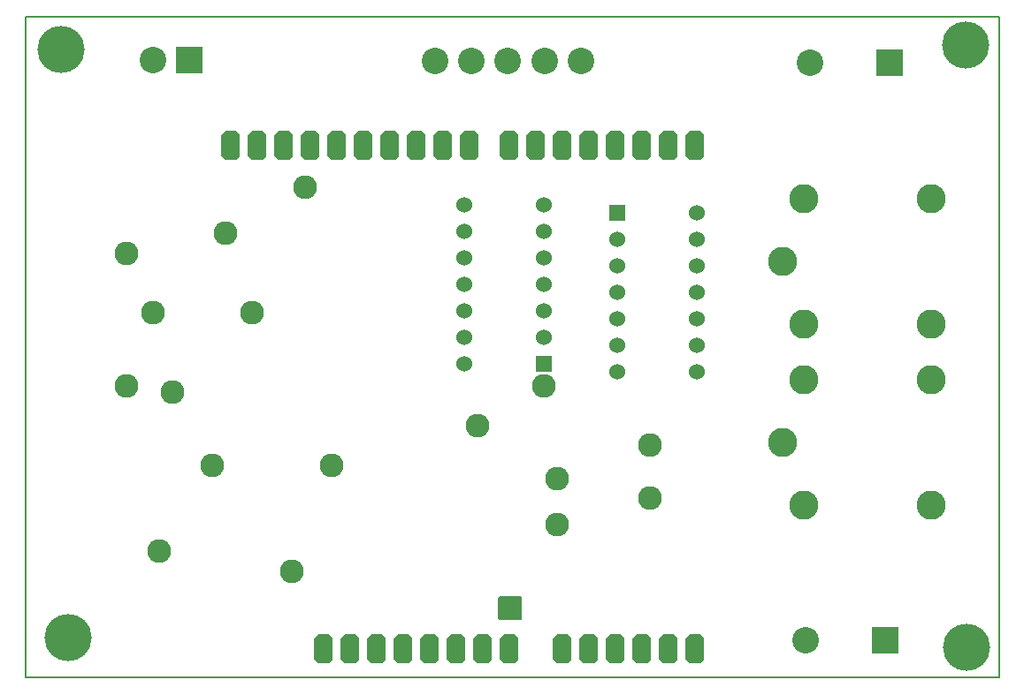
<source format=gbr>
G04 PROTEUS RS274X GERBER FILE*
%FSLAX45Y45*%
%MOMM*%
G01*
%ADD27C,2.286000*%
%AMPPAD025*
4,1,8,
-0.509800,1.397000,
0.509800,1.397000,
0.889000,1.017800,
0.889000,-1.017800,
0.509800,-1.397000,
-0.509800,-1.397000,
-0.889000,-1.017800,
-0.889000,1.017800,
-0.509800,1.397000,
0*%
%ADD31PPAD025*%
%AMPPAD033*
4,1,36,
0.762000,0.635000,
0.762000,-0.635000,
0.759470,-0.660970,
0.752200,-0.684980,
0.740650,-0.706580,
0.725290,-0.725290,
0.706570,-0.740650,
0.684980,-0.752200,
0.660970,-0.759470,
0.635000,-0.762000,
-0.635000,-0.762000,
-0.660970,-0.759470,
-0.684980,-0.752200,
-0.706570,-0.740650,
-0.725290,-0.725290,
-0.740650,-0.706580,
-0.752200,-0.684980,
-0.759470,-0.660970,
-0.762000,-0.635000,
-0.762000,0.635000,
-0.759470,0.660970,
-0.752200,0.684980,
-0.740650,0.706580,
-0.725290,0.725290,
-0.706570,0.740650,
-0.684980,0.752200,
-0.660970,0.759470,
-0.635000,0.762000,
0.635000,0.762000,
0.660970,0.759470,
0.684980,0.752200,
0.706570,0.740650,
0.725290,0.725290,
0.740650,0.706580,
0.752200,0.684980,
0.759470,0.660970,
0.762000,0.635000,
0*%
%ADD39PPAD033*%
%ADD40C,1.524000*%
%AMPPAD037*
4,1,36,
-1.016000,1.143000,
1.016000,1.143000,
1.041970,1.140470,
1.065980,1.133200,
1.087580,1.121650,
1.106290,1.106290,
1.121650,1.087570,
1.133200,1.065980,
1.140470,1.041970,
1.143000,1.016000,
1.143000,-1.016000,
1.140470,-1.041970,
1.133200,-1.065980,
1.121650,-1.087570,
1.106290,-1.106290,
1.087580,-1.121650,
1.065980,-1.133200,
1.041970,-1.140470,
1.016000,-1.143000,
-1.016000,-1.143000,
-1.041970,-1.140470,
-1.065980,-1.133200,
-1.087580,-1.121650,
-1.106290,-1.106290,
-1.121650,-1.087570,
-1.133200,-1.065980,
-1.140470,-1.041970,
-1.143000,-1.016000,
-1.143000,1.016000,
-1.140470,1.041970,
-1.133200,1.065980,
-1.121650,1.087570,
-1.106290,1.106290,
-1.087580,1.121650,
-1.065980,1.133200,
-1.041970,1.140470,
-1.016000,1.143000,
0*%
%ADD43PPAD037*%
%ADD44C,2.794000*%
%AMPPAD039*
4,1,36,
-1.270000,-1.143000,
-1.270000,1.143000,
-1.267470,1.168970,
-1.260200,1.192980,
-1.248650,1.214580,
-1.233290,1.233290,
-1.214570,1.248650,
-1.192980,1.260200,
-1.168970,1.267470,
-1.143000,1.270000,
1.143000,1.270000,
1.168970,1.267470,
1.192980,1.260200,
1.214570,1.248650,
1.233290,1.233290,
1.248650,1.214580,
1.260200,1.192980,
1.267470,1.168970,
1.270000,1.143000,
1.270000,-1.143000,
1.267470,-1.168970,
1.260200,-1.192980,
1.248650,-1.214580,
1.233290,-1.233290,
1.214570,-1.248650,
1.192980,-1.260200,
1.168970,-1.267470,
1.143000,-1.270000,
-1.143000,-1.270000,
-1.168970,-1.267470,
-1.192980,-1.260200,
-1.214570,-1.248650,
-1.233290,-1.233290,
-1.248650,-1.214580,
-1.260200,-1.192980,
-1.267470,-1.168970,
-1.270000,-1.143000,
0*%
%ADD45PPAD039*%
%ADD25C,2.540000*%
%ADD46C,4.508000*%
%AMPPAD041*
4,1,36,
1.143000,-1.270000,
-1.143000,-1.270000,
-1.168970,-1.267470,
-1.192980,-1.260200,
-1.214580,-1.248650,
-1.233290,-1.233290,
-1.248650,-1.214570,
-1.260200,-1.192980,
-1.267470,-1.168970,
-1.270000,-1.143000,
-1.270000,1.143000,
-1.267470,1.168970,
-1.260200,1.192980,
-1.248650,1.214570,
-1.233290,1.233290,
-1.214580,1.248650,
-1.192980,1.260200,
-1.168970,1.267470,
-1.143000,1.270000,
1.143000,1.270000,
1.168970,1.267470,
1.192980,1.260200,
1.214580,1.248650,
1.233290,1.233290,
1.248650,1.214570,
1.260200,1.192980,
1.267470,1.168970,
1.270000,1.143000,
1.270000,-1.143000,
1.267470,-1.168970,
1.260200,-1.192980,
1.248650,-1.214570,
1.233290,-1.233290,
1.214580,-1.248650,
1.192980,-1.260200,
1.168970,-1.267470,
1.143000,-1.270000,
0*%
%ADD47PPAD041*%
%ADD29C,0.203200*%
%TD.AperFunction*%
D27*
X+4532500Y+2708500D03*
X+3770500Y+3724500D03*
X+7961500Y+3407000D03*
X+3897500Y+5947000D03*
X+7961500Y+3915000D03*
X+4913500Y+3724500D03*
X+3262500Y+2899000D03*
X+3389500Y+4423000D03*
X+4151500Y+5185000D03*
X+3199000Y+5185000D03*
X+6945500Y+4486500D03*
X+7072500Y+3153000D03*
X+7072500Y+3597500D03*
X+6310500Y+4105500D03*
X+2945000Y+4486500D03*
X+4659500Y+6391500D03*
X+2945000Y+5756500D03*
D31*
X+8390000Y+6790000D03*
X+8136000Y+6790000D03*
X+7882000Y+6790000D03*
X+7628000Y+6790000D03*
X+5596000Y+1964000D03*
X+7374000Y+6790000D03*
X+7120000Y+6790000D03*
X+5850000Y+1964000D03*
X+6866000Y+6790000D03*
X+6612000Y+6790000D03*
X+6231000Y+6790000D03*
X+5977000Y+6790000D03*
X+5723000Y+6790000D03*
X+5469000Y+6790000D03*
X+5215000Y+6790000D03*
X+4961000Y+6790000D03*
X+4834000Y+1964000D03*
X+7120000Y+1964000D03*
X+7374000Y+1964000D03*
X+7628000Y+1964000D03*
X+7882000Y+1964000D03*
X+8136000Y+1964000D03*
X+8390000Y+1964000D03*
X+4453000Y+6790000D03*
X+6104000Y+1964000D03*
X+6358000Y+1964000D03*
X+4707000Y+6790000D03*
X+5088000Y+1964000D03*
X+5342000Y+1964000D03*
X+3945000Y+6790000D03*
X+4199000Y+6790000D03*
X+6612000Y+1964000D03*
D39*
X+7648000Y+6144000D03*
D40*
X+7648000Y+5890000D03*
X+7648000Y+5636000D03*
X+7648000Y+5382000D03*
X+7648000Y+5128000D03*
X+7648000Y+4874000D03*
X+7648000Y+4620000D03*
X+8410000Y+4620000D03*
X+8410000Y+4874000D03*
X+8410000Y+5128000D03*
X+8410000Y+5382000D03*
X+8410000Y+5636000D03*
X+8410000Y+5890000D03*
X+8410000Y+6144000D03*
D39*
X+6940000Y+4700000D03*
D40*
X+6940000Y+4954000D03*
X+6940000Y+5208000D03*
X+6940000Y+5462000D03*
X+6940000Y+5716000D03*
X+6940000Y+5970000D03*
X+6940000Y+6224000D03*
X+6178000Y+6224000D03*
X+6178000Y+5970000D03*
X+6178000Y+5716000D03*
X+6178000Y+5462000D03*
X+6178000Y+5208000D03*
X+6178000Y+4954000D03*
X+6178000Y+4700000D03*
D43*
X+6620000Y+2350000D03*
D44*
X+9430000Y+6280000D03*
X+9430000Y+5080000D03*
X+9230000Y+5680000D03*
X+10650000Y+6280000D03*
X+10650000Y+5080000D03*
X+9430000Y+4540000D03*
X+9430000Y+3340000D03*
X+9230000Y+3940000D03*
X+10650000Y+4540000D03*
X+10650000Y+3340000D03*
D45*
X+10212000Y+2050000D03*
D25*
X+9450000Y+2050000D03*
D45*
X+10250000Y+7580000D03*
D25*
X+9488000Y+7580000D03*
X+5900000Y+7600000D03*
X+6250000Y+7600000D03*
X+6600000Y+7600000D03*
X+6950000Y+7600000D03*
X+7300000Y+7600000D03*
D46*
X+10990000Y+1980000D03*
X+10980000Y+7750000D03*
X+2320000Y+7710000D03*
X+2390000Y+2070000D03*
D47*
X+3550000Y+7604459D03*
D25*
X+3200000Y+7604459D03*
D29*
X+1980000Y+1690000D02*
X+11300000Y+1690000D01*
X+11300000Y+8020000D01*
X+1980000Y+8020000D01*
X+1980000Y+1690000D01*
M02*

</source>
